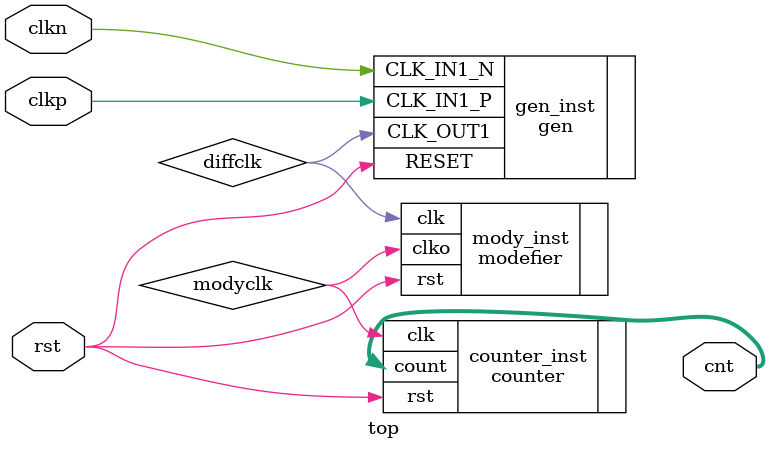
<source format=v>
`timescale 1ns / 1ps

module top(
    input clkn,
    input clkp,
    input rst,
    output [3:0] cnt
    );
wire modyclk, diffclk;

// Instantiate the module
counter counter_inst (
    .clk(modyclk), 
    .rst(rst), 
    .count(cnt)
    );


// Instantiate the module
modefier mody_inst (
    .clk(diffclk), 
    .rst(rst), 
    .clko(modyclk)
    );

//generator instance
  gen gen_inst
   (// Clock in ports
    .CLK_IN1_P(clkp),    // IN
    .CLK_IN1_N(clkn),    // IN
    // Clock out ports
    .CLK_OUT1(diffclk),     // OUT
    // Status and control signals
    .RESET(rst));       // IN



endmodule

</source>
